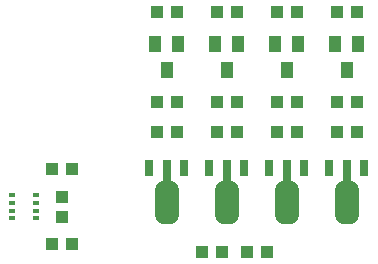
<source format=gbr>
G04 EAGLE Gerber RS-274X export*
G75*
%MOMM*%
%FSLAX34Y34*%
%LPD*%
%INSolderpaste Top*%
%IPPOS*%
%AMOC8*
5,1,8,0,0,1.08239X$1,22.5*%
G01*
%ADD10R,0.800000X1.400000*%
%ADD11R,0.800000X1.900000*%
%ADD12C,1.524000*%
%ADD13R,1.000000X1.400000*%
%ADD14R,1.100000X1.000000*%
%ADD15R,1.000000X1.100000*%
%ADD16R,0.500000X0.350000*%


D10*
X395990Y197610D03*
X366010Y197610D03*
D11*
X381000Y195070D03*
D12*
X378460Y179030D02*
X383540Y179030D01*
X383540Y157770D01*
X378460Y157770D01*
X378460Y179030D01*
X378460Y172248D02*
X383540Y172248D01*
D13*
X381000Y281100D03*
X371500Y303100D03*
X390500Y303100D03*
D14*
X389500Y330200D03*
X372500Y330200D03*
X389500Y254000D03*
X372500Y254000D03*
X372500Y228600D03*
X389500Y228600D03*
D10*
X345190Y197610D03*
X315210Y197610D03*
D11*
X330200Y195070D03*
D12*
X327660Y179030D02*
X332740Y179030D01*
X332740Y157770D01*
X327660Y157770D01*
X327660Y179030D01*
X327660Y172248D02*
X332740Y172248D01*
D13*
X330200Y281100D03*
X320700Y303100D03*
X339700Y303100D03*
D14*
X338700Y330200D03*
X321700Y330200D03*
X338700Y254000D03*
X321700Y254000D03*
X321700Y228600D03*
X338700Y228600D03*
D10*
X294390Y197610D03*
X264410Y197610D03*
D11*
X279400Y195070D03*
D12*
X276860Y179030D02*
X281940Y179030D01*
X281940Y157770D01*
X276860Y157770D01*
X276860Y179030D01*
X276860Y172248D02*
X281940Y172248D01*
D13*
X279400Y281100D03*
X269900Y303100D03*
X288900Y303100D03*
D14*
X287900Y330200D03*
X270900Y330200D03*
X287900Y254000D03*
X270900Y254000D03*
X270900Y228600D03*
X287900Y228600D03*
D10*
X243590Y197610D03*
X213610Y197610D03*
D11*
X228600Y195070D03*
D12*
X226060Y179030D02*
X231140Y179030D01*
X231140Y157770D01*
X226060Y157770D01*
X226060Y179030D01*
X226060Y172248D02*
X231140Y172248D01*
D13*
X228600Y281100D03*
X219100Y303100D03*
X238100Y303100D03*
D14*
X237100Y330200D03*
X220100Y330200D03*
X237100Y254000D03*
X220100Y254000D03*
X220100Y228600D03*
X237100Y228600D03*
X258200Y127000D03*
X275200Y127000D03*
X313300Y127000D03*
X296300Y127000D03*
X131200Y133350D03*
X148200Y133350D03*
X131200Y196850D03*
X148200Y196850D03*
D15*
X139700Y156600D03*
X139700Y173600D03*
D16*
X97700Y155350D03*
X97700Y161850D03*
X97700Y168350D03*
X97700Y174850D03*
X118200Y174850D03*
X118200Y168350D03*
X118200Y161850D03*
X118200Y155350D03*
M02*

</source>
